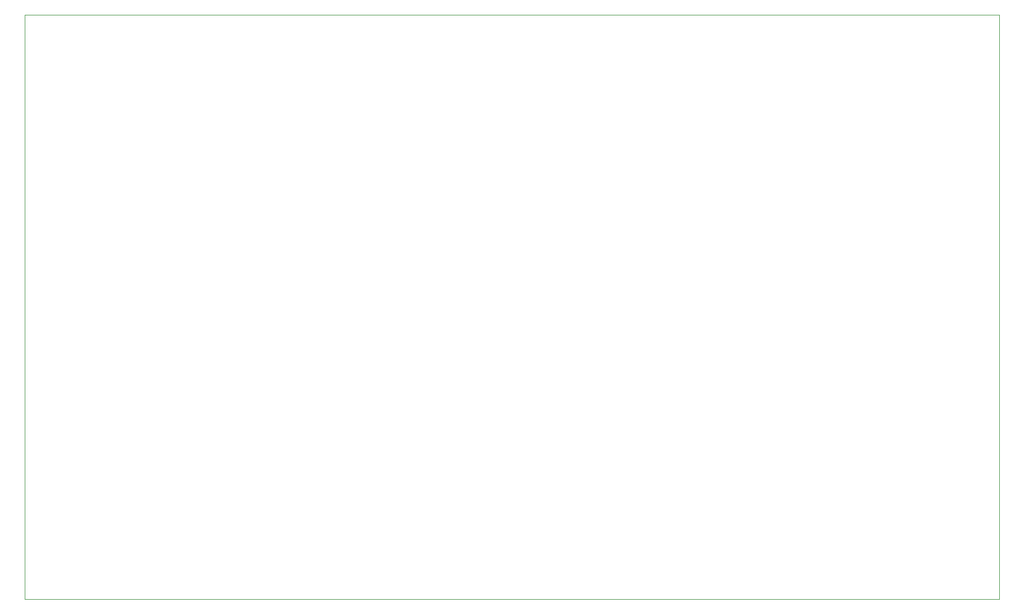
<source format=gbr>
G04 #@! TF.GenerationSoftware,KiCad,Pcbnew,7.0.11-rc3*
G04 #@! TF.CreationDate,2024-11-10T09:22:12+01:00*
G04 #@! TF.ProjectId,sodimm-ddr5-tester,736f6469-6d6d-42d6-9464-72352d746573,1.2.0*
G04 #@! TF.SameCoordinates,Original*
G04 #@! TF.FileFunction,Profile,NP*
%FSLAX46Y46*%
G04 Gerber Fmt 4.6, Leading zero omitted, Abs format (unit mm)*
G04 Created by KiCad (PCBNEW 7.0.11-rc3) date 2024-11-10 09:22:12*
%MOMM*%
%LPD*%
G01*
G04 APERTURE LIST*
G04 #@! TA.AperFunction,Profile*
%ADD10C,0.120000*%
G04 #@! TD*
G04 APERTURE END LIST*
D10*
X62820400Y-210108800D02*
X62820400Y-120108800D01*
X212820400Y-120108800D02*
X212820400Y-210108800D01*
X212820400Y-210108800D02*
X62820400Y-210108800D01*
X212820000Y-120109000D02*
X62820400Y-120109000D01*
M02*

</source>
